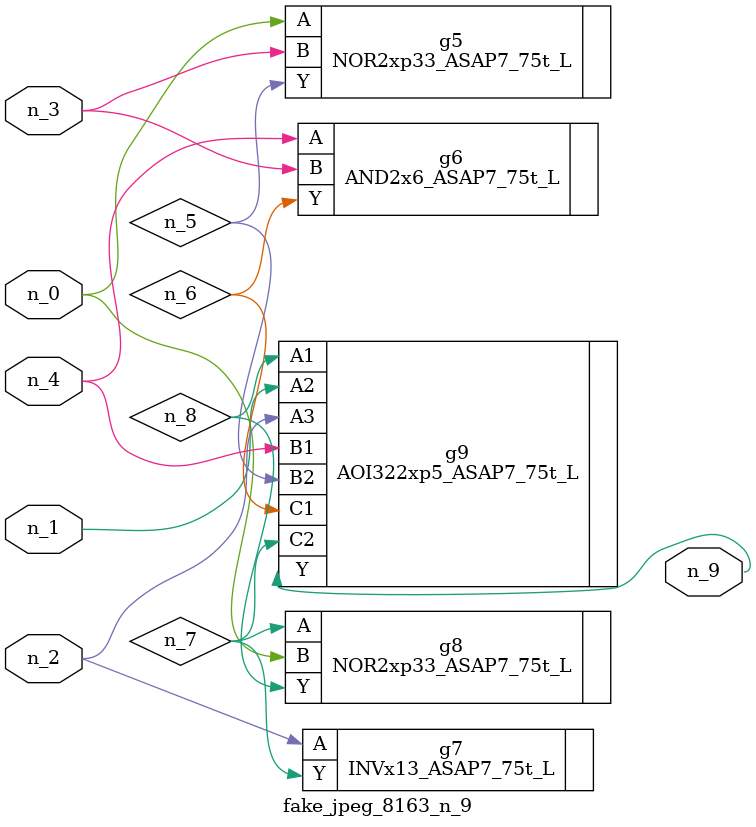
<source format=v>
module fake_jpeg_8163_n_9 (n_3, n_2, n_1, n_0, n_4, n_9);

input n_3;
input n_2;
input n_1;
input n_0;
input n_4;

output n_9;

wire n_8;
wire n_6;
wire n_5;
wire n_7;

NOR2xp33_ASAP7_75t_L g5 ( 
.A(n_0),
.B(n_3),
.Y(n_5)
);

AND2x6_ASAP7_75t_L g6 ( 
.A(n_4),
.B(n_3),
.Y(n_6)
);

INVx13_ASAP7_75t_L g7 ( 
.A(n_2),
.Y(n_7)
);

NOR2xp33_ASAP7_75t_L g8 ( 
.A(n_7),
.B(n_0),
.Y(n_8)
);

AOI322xp5_ASAP7_75t_L g9 ( 
.A1(n_8),
.A2(n_1),
.A3(n_2),
.B1(n_4),
.B2(n_5),
.C1(n_6),
.C2(n_7),
.Y(n_9)
);


endmodule
</source>
